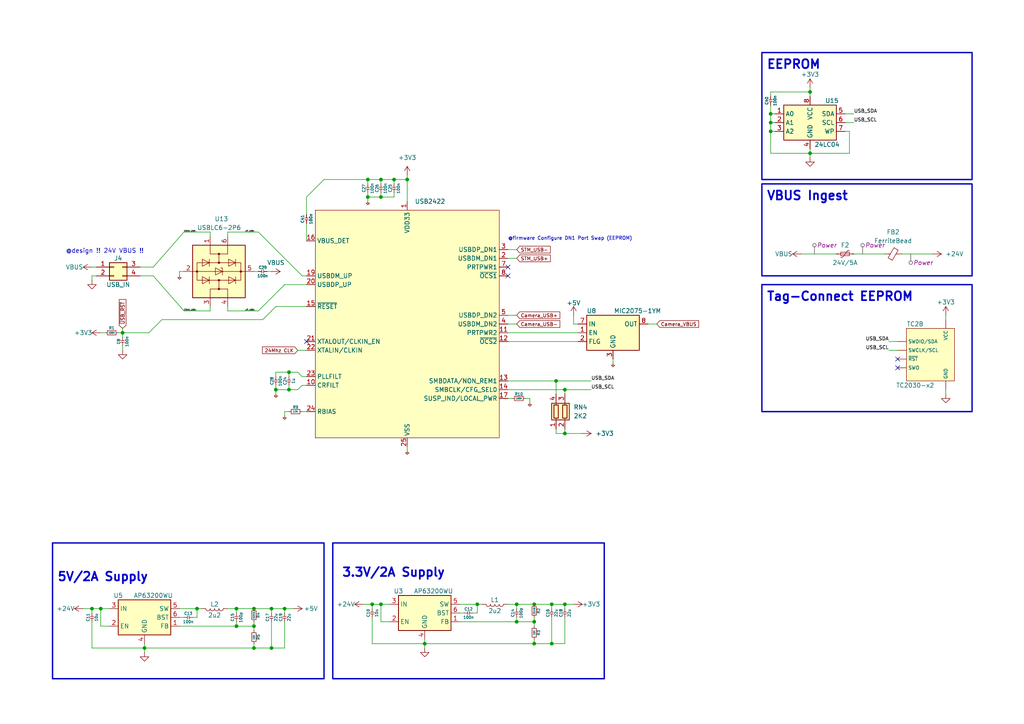
<source format=kicad_sch>
(kicad_sch (version 20230121) (generator eeschema)
  (paper "A4")
  (lib_symbols
    (symbol "Connector_Generic:Conn_02x02_Top_Bottom" (pin_names (offset 1.016) hide)
      (property "Reference" "J" (at 1.27 2.54 0))
      (property "Value" "Conn_02x02_Top_Bottom" (at 1.27 -5.08 0))
      (symbol "Conn_02x02_Top_Bottom_1_1"
        (rectangle (start -1.27 -2.413) (end 0 -2.667) (stroke (width 0.1524)))
        (rectangle (start -1.27 0.127) (end 0 -0.127) (stroke (width 0.1524)))
        (rectangle (start -1.27 1.27) (end 3.81 -3.81) (stroke (width 0.254)) (fill (type background)))
        (rectangle (start 3.81 -2.413) (end 2.54 -2.667) (stroke (width 0.1524)))
        (rectangle (start 3.81 0.127) (end 2.54 -0.127) (stroke (width 0.1524)))
        (pin passive line (at -5.08 0 0) (length 3.81) (name "Pin_1") (number "1"))
        (pin passive line (at -5.08 -2.54 0) (length 3.81) (name "Pin_2") (number "2"))
        (pin passive line (at 7.62 0 180) (length 3.81) (name "Pin_3") (number "3"))
        (pin passive line (at 7.62 -2.54 180) (length 3.81) (name "Pin_4") (number "4"))
      )
    )
    (symbol "Device:FerriteBead_Small" (pin_numbers hide) (pin_names (offset 0))
      (property "Reference" "FB" (at 1.905 1.27 0))
      (property "Value" "FerriteBead_Small" (at 1.905 -1.27 0))
      (symbol "FerriteBead_Small_0_1"
        (polyline (pts (xy 0 -1.27) (xy 0 -0.7874)))
        (polyline (pts (xy 0 0.889) (xy 0 1.2954)))
        (polyline (pts (xy -1.8288 0.2794) (xy -1.1176 1.4986) (xy 1.8288 -0.2032) (xy 1.1176 -1.4224) (xy -1.8288 0.2794)))
      )
      (symbol "FerriteBead_Small_1_1"
        (pin passive line (at 0 2.54 270) (length 1.27) (name "~") (number "1"))
        (pin passive line (at 0 -2.54 90) (length 1.27) (name "~") (number "2"))
      )
    )
    (symbol "Device:L" (pin_numbers hide) (pin_names (offset 1.016) hide)
      (property "Reference" "L" (at -1.27 0 90))
      (property "Value" "L" (at 1.905 0 90))
      (symbol "L_0_1"
        (arc (start 0 -2.54) (mid 0.6323 -1.905) (end 0 -1.27))
        (arc (start 0 -1.27) (mid 0.6323 -0.635) (end 0 0))
        (arc (start 0 0) (mid 0.6323 0.635) (end 0 1.27))
        (arc (start 0 1.27) (mid 0.6323 1.905) (end 0 2.54))
      )
      (symbol "L_1_1"
        (pin passive line (at 0 3.81 270) (length 1.27) (name "1") (number "1"))
        (pin passive line (at 0 -3.81 90) (length 1.27) (name "2") (number "2"))
      )
    )
    (symbol "Device:Polyfuse_Small" (pin_numbers hide) (pin_names (offset 0))
      (property "Reference" "F" (at -1.905 0 90))
      (property "Value" "Polyfuse_Small" (at 1.905 0 90))
      (symbol "Polyfuse_Small_0_1"
        (rectangle (start -0.508 1.27) (end 0.508 -1.27))
        (polyline (pts (xy 0 2.54) (xy 0 -2.54)))
        (polyline (pts (xy -1.016 1.27) (xy -1.016 0.762) (xy 1.016 -0.762) (xy 1.016 -1.27)))
      )
      (symbol "Polyfuse_Small_1_1"
        (pin passive line (at 0 2.54 270) (length 0.635) (name "~") (number "1"))
        (pin passive line (at 0 -2.54 90) (length 0.635) (name "~") (number "2"))
      )
    )
    (symbol "Device:R_Pack02" (pin_names (offset 0) hide)
      (property "Reference" "RN" (at -5.08 0 90))
      (property "Value" "R_Pack02" (at 2.54 0 90))
      (symbol "R_Pack02_0_1"
        (rectangle (start -3.81 -2.413) (end 1.27 2.413) (stroke (width 0.254)) (fill (type background)))
        (rectangle (start -3.175 1.905) (end -1.905 -1.905) (stroke (width 0.254)))
        (rectangle (start -0.635 1.905) (end 0.635 -1.905) (stroke (width 0.254)))
        (polyline (pts (xy -2.54 -2.54) (xy -2.54 -1.905)))
        (polyline (pts (xy -2.54 1.905) (xy -2.54 2.54)))
        (polyline (pts (xy 0 -2.54) (xy 0 -1.905)))
        (polyline (pts (xy 0 1.905) (xy 0 2.54)))
      )
      (symbol "R_Pack02_1_1"
        (pin passive line (at -2.54 -5.08 90) (length 2.54) (name "R1.1") (number "1"))
        (pin passive line (at 0 -5.08 90) (length 2.54) (name "R2.1") (number "2"))
        (pin passive line (at 0 5.08 270) (length 2.54) (name "R2.2") (number "3"))
        (pin passive line (at -2.54 5.08 270) (length 2.54) (name "R1.2") (number "4"))
      )
    )
    (symbol "Memory_EEPROM:24LC04"
      (property "Reference" "U" (at -6.35 6.35 0))
      (property "Value" "24LC04" (at 1.27 6.35 0))
      (symbol "24LC04_1_1"
        (rectangle (start -7.62 5.08) (end 7.62 -5.08) (stroke (width 0.254)) (fill (type background)))
        (pin input line (at -10.16 2.54 0) (length 2.54) (name "A0") (number "1"))
        (pin input line (at -10.16 0 0) (length 2.54) (name "A1") (number "2"))
        (pin input line (at -10.16 -2.54 0) (length 2.54) (name "A2") (number "3"))
        (pin power_in line (at 0 -7.62 90) (length 2.54) (name "GND") (number "4"))
        (pin bidirectional line (at 10.16 2.54 180) (length 2.54) (name "SDA") (number "5"))
        (pin input line (at 10.16 0 180) (length 2.54) (name "SCL") (number "6"))
        (pin input line (at 10.16 -2.54 180) (length 2.54) (name "WP") (number "7"))
        (pin power_in line (at 0 7.62 270) (length 2.54) (name "VCC") (number "8"))
      )
    )
    (symbol "Power_Management:MIC2025-1YM"
      (property "Reference" "U" (at -7.62 6.35 0))
      (property "Value" "MIC2025-1YM" (at 13.97 6.35 0))
      (symbol "MIC2025-1YM_0_1"
        (rectangle (start -7.62 5.08) (end 7.62 -5.08) (stroke (width 0.254)) (fill (type background)))
      )
      (symbol "MIC2025-1YM_1_1"
        (pin input line (at -10.16 0 0) (length 2.54) (name "EN") (number "1"))
        (pin open_collector line (at -10.16 -2.54 0) (length 2.54) (name "FLG") (number "2"))
        (pin power_in line (at 0 -7.62 90) (length 2.54) (name "GND") (number "3"))
        (pin no_connect line (at 7.62 0 180) (length 2.54) hide (name "NC") (number "4"))
        (pin no_connect line (at 7.62 -2.54 180) (length 2.54) hide (name "NC") (number "5"))
        (pin passive line (at 10.16 2.54 180) (length 2.54) hide (name "OUT") (number "6"))
        (pin power_in line (at -10.16 2.54 0) (length 2.54) (name "IN") (number "7"))
        (pin power_out line (at 10.16 2.54 180) (length 2.54) (name "OUT") (number "8"))
      )
    )
    (symbol "Power_Protection:USBLC6-2P6" (pin_names hide)
      (property "Reference" "U" (at 2.54 8.89 0))
      (property "Value" "USBLC6-2P6" (at 2.54 -8.89 0))
      (symbol "USBLC6-2P6_0_1"
        (rectangle (start -7.62 -7.62) (end 7.62 7.62) (stroke (width 0.254)) (fill (type background)))
        (circle (center -5.08 0) (radius 0.254) (fill (type outline)))
        (circle (center -2.54 0) (radius 0.254) (fill (type outline)))
        (rectangle (start -2.54 6.35) (end 2.54 -6.35))
        (circle (center 0 -6.35) (radius 0.254) (fill (type outline)))
        (polyline (pts (xy -5.08 -2.54) (xy -7.62 -2.54)))
        (polyline (pts (xy -5.08 0) (xy -5.08 -2.54)))
        (polyline (pts (xy -5.08 2.54) (xy -7.62 2.54)))
        (polyline (pts (xy -1.524 -2.794) (xy -3.556 -2.794)))
        (polyline (pts (xy -1.524 4.826) (xy -3.556 4.826)))
        (polyline (pts (xy 0 -7.62) (xy 0 -6.35)))
        (polyline (pts (xy 0 -6.35) (xy 0 1.27)))
        (polyline (pts (xy 0 1.27) (xy 0 6.35)))
        (polyline (pts (xy 0 6.35) (xy 0 7.62)))
        (polyline (pts (xy 1.524 -2.794) (xy 3.556 -2.794)))
        (polyline (pts (xy 1.524 4.826) (xy 3.556 4.826)))
        (polyline (pts (xy 5.08 -2.54) (xy 7.62 -2.54)))
        (polyline (pts (xy 5.08 0) (xy 5.08 -2.54)))
        (polyline (pts (xy 5.08 2.54) (xy 7.62 2.54)))
        (polyline (pts (xy -2.54 0) (xy -5.08 0) (xy -5.08 2.54)))
        (polyline (pts (xy 2.54 0) (xy 5.08 0) (xy 5.08 2.54)))
        (polyline (pts (xy -3.556 -4.826) (xy -1.524 -4.826) (xy -2.54 -2.794) (xy -3.556 -4.826)))
        (polyline (pts (xy -3.556 2.794) (xy -1.524 2.794) (xy -2.54 4.826) (xy -3.556 2.794)))
        (polyline (pts (xy -1.016 -1.016) (xy 1.016 -1.016) (xy 0 1.016) (xy -1.016 -1.016)))
        (polyline (pts (xy 1.016 1.016) (xy 0.762 1.016) (xy -1.016 1.016) (xy -1.016 0.508)))
        (polyline (pts (xy 3.556 -4.826) (xy 1.524 -4.826) (xy 2.54 -2.794) (xy 3.556 -4.826)))
        (polyline (pts (xy 3.556 2.794) (xy 1.524 2.794) (xy 2.54 4.826) (xy 3.556 2.794)))
        (circle (center 0 6.35) (radius 0.254) (fill (type outline)))
        (circle (center 2.54 0) (radius 0.254) (fill (type outline)))
        (circle (center 5.08 0) (radius 0.254) (fill (type outline)))
      )
      (symbol "USBLC6-2P6_1_1"
        (pin passive line (at -10.16 -2.54 0) (length 2.54) (name "I/O1") (number "1"))
        (pin passive line (at 0 -10.16 90) (length 2.54) (name "GND") (number "2"))
        (pin passive line (at 10.16 -2.54 180) (length 2.54) (name "I/O2") (number "3"))
        (pin passive line (at 10.16 2.54 180) (length 2.54) (name "I/O2") (number "4"))
        (pin passive line (at 0 10.16 270) (length 2.54) (name "VBUS") (number "5"))
        (pin passive line (at -10.16 2.54 0) (length 2.54) (name "I/O1") (number "6"))
      )
    )
    (symbol "Regulator_Switching:AP63200WU"
      (property "Reference" "U" (at -7.62 6.35 0))
      (property "Value" "AP63200WU" (at 2.54 6.35 0))
      (symbol "AP63200WU_0_1"
        (rectangle (start -7.62 5.08) (end 7.62 -5.08) (stroke (width 0.254)) (fill (type background)))
      )
      (symbol "AP63200WU_1_1"
        (pin input line (at 10.16 -2.54 180) (length 2.54) (name "FB") (number "1"))
        (pin input line (at -10.16 -2.54 0) (length 2.54) (name "EN") (number "2"))
        (pin power_in line (at -10.16 2.54 0) (length 2.54) (name "IN") (number "3"))
        (pin power_in line (at 0 -7.62 90) (length 2.54) (name "GND") (number "4"))
        (pin output line (at 10.16 2.54 180) (length 2.54) (name "SW") (number "5"))
        (pin passive line (at 10.16 0 180) (length 2.54) (name "BST") (number "6"))
      )
    )
    (symbol "power:+24V" (power) (pin_names (offset 0))
      (property "Value" "+24V" (at 0 3.556 0))
      (symbol "+24V_0_1"
        (polyline (pts (xy -0.762 1.27) (xy 0 2.54)))
        (polyline (pts (xy 0 0) (xy 0 2.54)))
        (polyline (pts (xy 0 2.54) (xy 0.762 1.27)))
      )
      (symbol "+24V_1_1"
        (pin power_in line (at 0 0 90) (length 0) hide (name "+24V") (number "1"))
      )
    )
    (symbol "power:+3V3" (power) (pin_names (offset 0))
      (property "Value" "+3V3" (at 0 3.556 0))
      (symbol "+3V3_0_1"
        (polyline (pts (xy -0.762 1.27) (xy 0 2.54)))
        (polyline (pts (xy 0 0) (xy 0 2.54)))
        (polyline (pts (xy 0 2.54) (xy 0.762 1.27)))
      )
      (symbol "+3V3_1_1"
        (pin power_in line (at 0 0 90) (length 0) hide (name "+3V3") (number "1"))
      )
    )
    (symbol "power:+5V" (power) (pin_names (offset 0))
      (property "Value" "+5V" (at 0 3.556 0))
      (symbol "+5V_0_1"
        (polyline (pts (xy -0.762 1.27) (xy 0 2.54)))
        (polyline (pts (xy 0 0) (xy 0 2.54)))
        (polyline (pts (xy 0 2.54) (xy 0.762 1.27)))
      )
      (symbol "+5V_1_1"
        (pin power_in line (at 0 0 90) (length 0) hide (name "+5V") (number "1"))
      )
    )
    (symbol "power:GND" (power) (pin_names (offset 0))
      (property "Value" "GND" (at 0 -3.81 0))
      (symbol "GND_0_1"
        (polyline (pts (xy 0 0) (xy 0 -1.27) (xy 1.27 -1.27) (xy 0 -2.54) (xy -1.27 -1.27) (xy 0 -1.27)))
      )
      (symbol "GND_1_1"
        (pin power_in line (at 0 0 270) (length 0) hide (name "GND") (number "1"))
      )
    )
    (symbol "power:VBUS" (power) (pin_names (offset 0))
      (property "Value" "VBUS" (at 0 3.81 0))
      (symbol "VBUS_0_1"
        (polyline (pts (xy -0.762 1.27) (xy 0 2.54)))
        (polyline (pts (xy 0 0) (xy 0 2.54)))
        (polyline (pts (xy 0 2.54) (xy 0.762 1.27)))
      )
      (symbol "VBUS_1_1"
        (pin power_in line (at 0 0 90) (length 0) hide (name "VBUS") (number "1"))
      )
    )
    (symbol "sh:TC2030-x2" (pin_numbers hide)
      (property "Reference" "TC" (at -3.81 11.43 0))
      (property "Value" "TC2030-x2" (at -3.81 -6.35 0))
      (symbol "TC2030-x2_0_1"
        (rectangle (start -6.35 10.16) (end 7.62 -5.08) (fill (type background)))
      )
      (symbol "TC2030-x2_1_1"
        (pin power_in line (at 5.08 12.7 270) (length 2.54) (name "VCC") (number "1"))
        (pin input line (at -8.89 6.35 0) (length 2.54) (name "SWDIO/SDA") (number "2"))
        (pin input line (at -8.89 1.27 0) (length 2.54) (name "~{RST}") (number "3"))
        (pin input line (at -8.89 3.81 0) (length 2.54) (name "SWCLK/SCL") (number "4"))
        (pin power_in line (at 5.08 -7.62 90) (length 2.54) (name "GND") (number "5"))
        (pin input line (at -8.89 -1.27 0) (length 2.54) (name "SWO") (number "6"))
      )
      (symbol "TC2030-x2_2_1"
        (pin input line (at -8.89 3.81 0) (length 2.54) (name "SWCLK/SCL") (number "10"))
        (pin input line (at -8.89 -1.27 0) (length 2.54) (name "SWO") (number "11"))
        (pin power_in line (at 5.08 -7.62 90) (length 2.54) (name "GND") (number "12"))
        (pin power_in line (at 5.08 12.7 270) (length 2.54) (name "VCC") (number "7"))
        (pin input line (at -8.89 6.35 0) (length 2.54) (name "SWDIO/SDA") (number "8"))
        (pin input line (at -8.89 1.27 0) (length 2.54) (name "~{RST}") (number "9"))
      )
    )
    (symbol "sh:USB2422"
      (property "Reference" "U" (at 16.51 35.56 0))
      (property "Value" "USB2422" (at 16.51 -35.56 0))
      (symbol "USB2422_1_1"
        (rectangle (start -26.67 33.02) (end 26.67 -33.02) (fill (type background)))
        (pin power_in line (at 0 35.56 270) (length 2.54) (name "VDD33") (number "1"))
        (pin input line (at -29.21 -17.78 0) (length 2.54) (name "CRFILT") (number "10"))
        (pin input line (at 29.21 -2.54 180) (length 2.54) (name "PRTPWR2") (number "11"))
        (pin input line (at 29.21 -5.08 180) (length 2.54) (name "~{OCS2}") (number "12"))
        (pin input line (at 29.21 -16.51 180) (length 2.54) (name "SMBDATA/NON_REM1") (number "13"))
        (pin input line (at 29.21 -19.05 180) (length 2.54) (name "SMBCLK/CFG_SEL0") (number "14"))
        (pin input line (at -29.21 5.08 0) (length 2.54) (name "~{RESET}") (number "15"))
        (pin input line (at -29.21 24.13 0) (length 2.54) (name "VBUS_DET") (number "16"))
        (pin input line (at 29.21 -21.59 180) (length 2.54) (name "SUSP_IND/LOCAL_PWR") (number "17"))
        (pin power_in line (at 0 35.56 270) (length 2.54) hide (name "VDD33") (number "18"))
        (pin input line (at -29.21 13.97 0) (length 2.54) (name "USBDM_UP") (number "19"))
        (pin input line (at 29.21 19.05 180) (length 2.54) (name "USBDM_DN1") (number "2"))
        (pin input line (at -29.21 11.43 0) (length 2.54) (name "USBDP_UP") (number "20"))
        (pin input line (at -29.21 -5.08 0) (length 2.54) (name "XTALOUT/CLKIN_EN") (number "21"))
        (pin input line (at -29.21 -7.62 0) (length 2.54) (name "XTALIN/CLKIN") (number "22"))
        (pin input line (at -29.21 -15.24 0) (length 2.54) (name "PLLFILT") (number "23"))
        (pin input line (at -29.21 -25.4 0) (length 2.54) (name "RBIAS") (number "24"))
        (pin power_in line (at 0 -35.56 90) (length 2.54) (name "VSS") (number "25"))
        (pin input line (at 29.21 21.59 180) (length 2.54) (name "USBDP_DN1") (number "3"))
        (pin input line (at 29.21 0 180) (length 2.54) (name "USBDM_DN2") (number "4"))
        (pin input line (at 29.21 2.54 180) (length 2.54) (name "USBDP_DN2") (number "5"))
        (pin no_connect line (at 8.89 -33.02 90) (length 2.54) hide (name "") (number "6"))
        (pin input line (at 29.21 16.51 180) (length 2.54) (name "PRTPWR1") (number "7"))
        (pin input line (at 29.21 13.97 180) (length 2.54) (name "~{OCS1}") (number "8"))
        (pin power_in line (at 0 35.56 270) (length 2.54) hide (name "VDD33") (number "9"))
      )
    )
    (symbol "sh_generics:C" (pin_numbers hide) (pin_names (offset 0.254))
      (property "Reference" "C" (at -1.143 0 90))
      (property "Value" "C" (at 1.27 0 90))
      (symbol "C_0_1"
        (polyline (pts (xy -0.508 -0.254) (xy 0.508 -0.254)))
        (polyline (pts (xy -0.508 0.254) (xy 0.508 0.254)))
      )
      (symbol "C_1_1"
        (pin passive line (at 0 -1.27 90) (length 1) (name "") (number "1"))
        (pin passive line (at 0 1.27 270) (length 1) (name "") (number "2"))
      )
    )
    (symbol "sh_generics:R" (pin_numbers hide) (pin_names (offset 0))
      (property "Reference" "R" (at -1.397 0.635 90))
      (property "Value" "R" (at 0 0.635 90))
      (symbol "R_0_1"
        (rectangle (start -0.635 1.905) (end 0.635 -0.635))
      )
      (symbol "R_1_1"
        (pin passive line (at 0 2.54 270) (length 0.6) (name "") (number "1"))
        (pin passive line (at 0 -1.27 90) (length 0.6) (name "") (number "2"))
      )
    )
    (symbol "sh_power:GND" (power) (pin_names (offset 0))
      (symbol "GND_0_1"
        (polyline (pts (xy 0 0) (xy 0 -0.508) (xy 0.508 -0.508) (xy 0 -1.016) (xy -0.508 -0.508) (xy 0 -0.508)))
      )
      (symbol "GND_1_1"
        (pin power_in line (at 0 0 270) (length 0) hide (name "GND") (number "1"))
      )
    )
  )
  (junction (at 35.56 96.52))
  (junction (at 73.66 181.61))
  (junction (at 110.49 52.07))
  (junction (at 154.94 180.34))
  (junction (at 138.43 175.26))
  (junction (at 161.29 110.49))
  (junction (at 110.49 57.15))
  (junction (at 223.52 33.02))
  (junction (at 73.66 176.53))
  (junction (at 106.68 57.15))
  (junction (at 123.19 186.69))
  (junction (at 57.15 176.53))
  (junction (at 107.95 175.26))
  (junction (at 78.74 176.53))
  (junction (at 29.21 176.53))
  (junction (at 80.01 113.03))
  (junction (at 106.68 52.07))
  (junction (at 223.52 35.56))
  (junction (at 82.55 176.53))
  (junction (at 149.86 175.26))
  (junction (at 163.83 113.03))
  (junction (at 234.95 26.67))
  (junction (at 118.11 52.07))
  (junction (at 78.74 187.96))
  (junction (at 83.82 107.95))
  (junction (at 223.52 38.1))
  (junction (at 163.83 125.73))
  (junction (at 149.86 180.34))
  (junction (at 160.02 186.69))
  (junction (at 114.3 52.07))
  (junction (at 160.02 175.26))
  (junction (at 68.58 176.53))
  (junction (at 41.91 187.96))
  (junction (at 83.82 113.03))
  (junction (at 154.94 175.26))
  (junction (at 68.58 181.61))
  (junction (at 73.66 187.96))
  (junction (at 26.67 176.53))
  (junction (at 110.49 175.26))
  (junction (at 234.95 44.45))
  (junction (at 163.83 175.26))
  (junction (at 154.94 186.69))
  (no_connect (at 147.32 77.47))
  (no_connect (at 147.32 80.01))
  (no_connect (at 88.9 99.06))
  (no_connect (at 260.35 104.14))
  (no_connect (at 260.35 106.68))
  (wire (pts (xy 26.67 187.96) (xy 41.91 187.96)))
  (wire (pts (xy 43.18 96.52) (xy 46.99 92.71)))
  (wire (pts (xy 163.83 125.73) (xy 168.91 125.73)))
  (wire (pts (xy 147.32 96.52) (xy 167.64 96.52)))
  (wire (pts (xy 83.82 107.95) (xy 86.36 107.95)))
  (wire (pts (xy 161.29 125.73) (xy 163.83 125.73)))
  (wire (pts (xy 87.63 109.22) (xy 88.9 109.22)))
  (wire (pts (xy 147.32 74.93) (xy 149.86 74.93)))
  (wire (pts (xy 60.96 90.17) (xy 53.34 90.17)))
  (wire (pts (xy 161.29 110.49) (xy 161.29 114.3)))
  (wire (pts (xy 147.32 175.26) (xy 149.86 175.26)))
  (wire (pts (xy 26.67 77.47) (xy 27.94 77.47)))
  (wire (pts (xy 57.15 176.53) (xy 58.42 176.53)))
  (wire (pts (xy 87.63 111.76) (xy 88.9 111.76)))
  (wire (pts (xy 161.29 124.46) (xy 161.29 125.73)))
  (wire (pts (xy 80.01 113.03) (xy 83.82 113.03)))
  (wire (pts (xy 123.19 186.69) (xy 154.94 186.69)))
  (wire (pts (xy 223.52 33.02) (xy 223.52 35.56)))
  (wire (pts (xy 68.58 176.53) (xy 68.58 177.8)))
  (wire (pts (xy 149.86 175.26) (xy 149.86 176.53)))
  (wire (pts (xy 35.56 100.33) (xy 35.56 101.6)))
  (wire (pts (xy 152.4 115.57) (xy 153.67 115.57)))
  (wire (pts (xy 247.65 73.66) (xy 256.54 73.66)))
  (wire (pts (xy 68.58 181.61) (xy 73.66 181.61)))
  (wire (pts (xy 29.21 176.53) (xy 29.21 181.61)))
  (wire (pts (xy 87.63 119.38) (xy 88.9 119.38)))
  (wire (pts (xy 41.91 187.96) (xy 73.66 187.96)))
  (wire (pts (xy 154.94 186.69) (xy 160.02 186.69)))
  (wire (pts (xy 68.58 176.53) (xy 73.66 176.53)))
  (wire (pts (xy 53.34 67.31) (xy 44.45 77.47)))
  (wire (pts (xy 138.43 175.26) (xy 139.7 175.26)))
  (wire (pts (xy 53.34 67.31) (xy 60.96 67.31)))
  (wire (pts (xy 106.68 52.07) (xy 110.49 52.07)))
  (wire (pts (xy 154.94 179.07) (xy 154.94 180.34)))
  (wire (pts (xy 133.35 180.34) (xy 149.86 180.34)))
  (wire (pts (xy 106.68 52.07) (xy 106.68 53.34)))
  (wire (pts (xy 76.2 92.71) (xy 80.01 88.9)))
  (wire (pts (xy 107.95 179.07) (xy 107.95 186.69)))
  (wire (pts (xy 223.52 30.48) (xy 223.52 33.02)))
  (wire (pts (xy 73.66 78.74) (xy 74.93 78.74)))
  (wire (pts (xy 114.3 55.88) (xy 114.3 57.15)))
  (wire (pts (xy 52.07 176.53) (xy 57.15 176.53)))
  (wire (pts (xy 110.49 57.15) (xy 114.3 57.15)))
  (wire (pts (xy 110.49 52.07) (xy 110.49 53.34)))
  (wire (pts (xy 24.13 176.53) (xy 26.67 176.53)))
  (wire (pts (xy 123.19 185.42) (xy 123.19 186.69)))
  (wire (pts (xy 246.38 38.1) (xy 246.38 44.45)))
  (wire (pts (xy 234.95 44.45) (xy 234.95 45.72)))
  (wire (pts (xy 68.58 180.34) (xy 68.58 181.61)))
  (wire (pts (xy 154.94 185.42) (xy 154.94 186.69)))
  (wire (pts (xy 26.67 80.01) (xy 27.94 80.01)))
  (wire (pts (xy 177.8 104.14) (xy 177.8 105.41)))
  (wire (pts (xy 118.11 52.07) (xy 118.11 58.42)))
  (wire (pts (xy 147.32 93.98) (xy 149.86 93.98)))
  (wire (pts (xy 87.63 109.22) (xy 86.36 107.95)))
  (wire (pts (xy 223.52 35.56) (xy 224.79 35.56)))
  (wire (pts (xy 80.01 113.03) (xy 80.01 114.3)))
  (wire (pts (xy 147.32 72.39) (xy 149.86 72.39)))
  (wire (pts (xy 261.62 73.66) (xy 270.51 73.66)))
  (wire (pts (xy 73.66 181.61) (xy 73.66 182.88)))
  (wire (pts (xy 161.29 110.49) (xy 171.45 110.49)))
  (wire (pts (xy 160.02 179.07) (xy 160.02 186.69)))
  (wire (pts (xy 147.32 113.03) (xy 163.83 113.03)))
  (wire (pts (xy 57.15 176.53) (xy 57.15 179.07)))
  (wire (pts (xy 74.93 90.17) (xy 82.55 82.55)))
  (wire (pts (xy 60.96 67.31) (xy 60.96 68.58)))
  (wire (pts (xy 154.94 180.34) (xy 154.94 181.61)))
  (wire (pts (xy 53.34 90.17) (xy 44.45 80.01)))
  (wire (pts (xy 106.68 55.88) (xy 106.68 57.15)))
  (wire (pts (xy 149.86 175.26) (xy 154.94 175.26)))
  (wire (pts (xy 40.64 80.01) (xy 44.45 80.01)))
  (wire (pts (xy 26.67 176.53) (xy 29.21 176.53)))
  (wire (pts (xy 187.96 93.98) (xy 190.5 93.98)))
  (wire (pts (xy 234.95 26.67) (xy 234.95 27.94)))
  (wire (pts (xy 147.32 91.44) (xy 149.86 91.44)))
  (wire (pts (xy 73.66 180.34) (xy 73.66 181.61)))
  (wire (pts (xy 82.55 176.53) (xy 85.09 176.53)))
  (wire (pts (xy 234.95 25.4) (xy 234.95 26.67)))
  (wire (pts (xy 245.11 35.56) (xy 247.65 35.56)))
  (wire (pts (xy 166.37 91.44) (xy 166.37 93.98)))
  (wire (pts (xy 83.82 113.03) (xy 86.36 113.03)))
  (wire (pts (xy 83.82 111.76) (xy 83.82 113.03)))
  (wire (pts (xy 106.68 57.15) (xy 110.49 57.15)))
  (wire (pts (xy 88.9 64.77) (xy 88.9 69.85)))
  (wire (pts (xy 35.56 96.52) (xy 43.18 96.52)))
  (wire (pts (xy 82.55 180.34) (xy 82.55 187.96)))
  (wire (pts (xy 60.96 88.9) (xy 60.96 90.17)))
  (wire (pts (xy 163.83 113.03) (xy 171.45 113.03)))
  (wire (pts (xy 66.04 67.31) (xy 74.93 67.31)))
  (wire (pts (xy 114.3 52.07) (xy 118.11 52.07)))
  (wire (pts (xy 166.37 93.98) (xy 167.64 93.98)))
  (wire (pts (xy 149.86 180.34) (xy 154.94 180.34)))
  (wire (pts (xy 26.67 180.34) (xy 26.67 187.96)))
  (wire (pts (xy 110.49 175.26) (xy 113.03 175.26)))
  (wire (pts (xy 107.95 175.26) (xy 107.95 176.53)))
  (wire (pts (xy 66.04 90.17) (xy 74.93 90.17)))
  (wire (pts (xy 163.83 179.07) (xy 163.83 186.69)))
  (wire (pts (xy 35.56 95.25) (xy 35.56 96.52)))
  (wire (pts (xy 88.9 62.23) (xy 88.9 57.15)))
  (wire (pts (xy 147.32 115.57) (xy 148.59 115.57)))
  (wire (pts (xy 73.66 187.96) (xy 78.74 187.96)))
  (wire (pts (xy 34.29 96.52) (xy 35.56 96.52)))
  (wire (pts (xy 82.55 176.53) (xy 82.55 177.8)))
  (wire (pts (xy 87.63 80.01) (xy 88.9 80.01)))
  (wire (pts (xy 88.9 57.15) (xy 93.98 52.07)))
  (wire (pts (xy 160.02 175.26) (xy 160.02 176.53)))
  (wire (pts (xy 133.35 177.8) (xy 134.62 177.8)))
  (wire (pts (xy 223.52 33.02) (xy 224.79 33.02)))
  (wire (pts (xy 154.94 175.26) (xy 160.02 175.26)))
  (wire (pts (xy 107.95 175.26) (xy 110.49 175.26)))
  (wire (pts (xy 52.07 78.74) (xy 53.34 78.74)))
  (wire (pts (xy 123.19 186.69) (xy 123.19 187.96)))
  (wire (pts (xy 110.49 180.34) (xy 113.03 180.34)))
  (wire (pts (xy 87.63 111.76) (xy 86.36 113.03)))
  (wire (pts (xy 80.01 88.9) (xy 88.9 88.9)))
  (wire (pts (xy 74.93 67.31) (xy 87.63 80.01)))
  (wire (pts (xy 106.68 57.15) (xy 106.68 58.42)))
  (wire (pts (xy 274.32 113.03) (xy 274.32 114.3)))
  (wire (pts (xy 163.83 175.26) (xy 163.83 176.53)))
  (wire (pts (xy 82.55 82.55) (xy 88.9 82.55)))
  (wire (pts (xy 73.66 186.69) (xy 73.66 187.96)))
  (wire (pts (xy 80.01 107.95) (xy 83.82 107.95)))
  (wire (pts (xy 78.74 187.96) (xy 82.55 187.96)))
  (wire (pts (xy 41.91 187.96) (xy 41.91 189.23)))
  (wire (pts (xy 223.52 35.56) (xy 223.52 38.1)))
  (wire (pts (xy 245.11 38.1) (xy 246.38 38.1)))
  (wire (pts (xy 78.74 176.53) (xy 82.55 176.53)))
  (wire (pts (xy 46.99 92.71) (xy 76.2 92.71)))
  (wire (pts (xy 137.16 177.8) (xy 138.43 177.8)))
  (wire (pts (xy 82.55 119.38) (xy 83.82 119.38)))
  (wire (pts (xy 66.04 67.31) (xy 66.04 68.58)))
  (wire (pts (xy 245.11 33.02) (xy 247.65 33.02)))
  (wire (pts (xy 82.55 119.38) (xy 82.55 120.65)))
  (wire (pts (xy 105.41 175.26) (xy 107.95 175.26)))
  (wire (pts (xy 160.02 175.26) (xy 163.83 175.26)))
  (wire (pts (xy 274.32 91.44) (xy 274.32 92.71)))
  (wire (pts (xy 138.43 175.26) (xy 138.43 177.8)))
  (wire (pts (xy 118.11 129.54) (xy 118.11 130.81)))
  (wire (pts (xy 86.36 101.6) (xy 88.9 101.6)))
  (wire (pts (xy 163.83 175.26) (xy 166.37 175.26)))
  (wire (pts (xy 163.83 113.03) (xy 163.83 114.3)))
  (wire (pts (xy 257.81 101.6) (xy 260.35 101.6)))
  (wire (pts (xy 77.47 78.74) (xy 78.74 78.74)))
  (wire (pts (xy 29.21 176.53) (xy 31.75 176.53)))
  (wire (pts (xy 26.67 176.53) (xy 26.67 177.8)))
  (wire (pts (xy 66.04 88.9) (xy 66.04 90.17)))
  (wire (pts (xy 160.02 186.69) (xy 163.83 186.69)))
  (wire (pts (xy 80.01 111.76) (xy 80.01 113.03)))
  (wire (pts (xy 223.52 38.1) (xy 223.52 44.45)))
  (wire (pts (xy 110.49 55.88) (xy 110.49 57.15)))
  (wire (pts (xy 40.64 77.47) (xy 44.45 77.47)))
  (wire (pts (xy 52.07 78.74) (xy 52.07 80.01)))
  (wire (pts (xy 107.95 186.69) (xy 123.19 186.69)))
  (wire (pts (xy 52.07 181.61) (xy 68.58 181.61)))
  (wire (pts (xy 93.98 52.07) (xy 106.68 52.07)))
  (wire (pts (xy 163.83 124.46) (xy 163.83 125.73)))
  (wire (pts (xy 78.74 176.53) (xy 78.74 177.8)))
  (wire (pts (xy 73.66 176.53) (xy 78.74 176.53)))
  (wire (pts (xy 80.01 107.95) (xy 80.01 109.22)))
  (wire (pts (xy 223.52 38.1) (xy 224.79 38.1)))
  (wire (pts (xy 223.52 44.45) (xy 234.95 44.45)))
  (wire (pts (xy 29.21 181.61) (xy 31.75 181.61)))
  (wire (pts (xy 118.11 50.8) (xy 118.11 52.07)))
  (wire (pts (xy 35.56 96.52) (xy 35.56 97.79)))
  (wire (pts (xy 149.86 179.07) (xy 149.86 180.34)))
  (wire (pts (xy 26.67 80.01) (xy 26.67 81.28)))
  (wire (pts (xy 83.82 107.95) (xy 83.82 109.22)))
  (wire (pts (xy 153.67 115.57) (xy 153.67 116.84)))
  (wire (pts (xy 234.95 43.18) (xy 234.95 44.45)))
  (wire (pts (xy 257.81 99.06) (xy 260.35 99.06)))
  (wire (pts (xy 147.32 99.06) (xy 167.64 99.06)))
  (wire (pts (xy 133.35 175.26) (xy 138.43 175.26)))
  (wire (pts (xy 234.95 44.45) (xy 246.38 44.45)))
  (wire (pts (xy 147.32 110.49) (xy 161.29 110.49)))
  (wire (pts (xy 223.52 26.67) (xy 234.95 26.67)))
  (wire (pts (xy 232.41 73.66) (xy 242.57 73.66)))
  (wire (pts (xy 52.07 179.07) (xy 53.34 179.07)))
  (wire (pts (xy 110.49 175.26) (xy 110.49 180.34)))
  (wire (pts (xy 78.74 180.34) (xy 78.74 187.96)))
  (wire (pts (xy 114.3 52.07) (xy 114.3 53.34)))
  (wire (pts (xy 41.91 186.69) (xy 41.91 187.96)))
  (wire (pts (xy 66.04 176.53) (xy 68.58 176.53)))
  (wire (pts (xy 110.49 52.07) (xy 114.3 52.07)))
  (wire (pts (xy 223.52 26.67) (xy 223.52 27.94)))
  (wire (pts (xy 29.21 96.52) (xy 30.48 96.52)))
  (wire (pts (xy 55.88 179.07) (xy 57.15 179.07)))
  (rectangle (start 15.24 157.48) (end 93.98 196.85) (stroke (width 0.4)))
  (rectangle (start 220.98 82.55) (end 281.94 119.38) (stroke (width 0.4)))
  (rectangle (start 96.52 157.48) (end 175.26 196.85) (stroke (width 0.4)))
  (rectangle (start 220.98 53.34) (end 281.94 80.01) (stroke (width 0.4)))
  (rectangle (start 220.98 15.24) (end 281.94 52.07) (stroke (width 0.4)))
  (text "@design !! 24V VBUS !!" (at 19.05 73.66 0) (effects (font (size 1.27 1.27)) (justify left bottom)))
  (text "VBUS Ingest" (at 222.25 58.42 0) (effects (font (size 2.54 2.54) (thickness 0.508) bold) (justify left bottom)))
  (text "3.3V/2A Supply" (at 99.06 167.64 0) (effects (font (size 2.5 2.5) (thickness 0.5) bold) (justify left bottom)))
  (text "5V/2A Supply" (at 16.51 168.91 0) (effects (font (size 2.5 2.5) (thickness 0.5) bold) (justify left bottom)))
  (text "EEPROM" (at 222.25 20.32 0) (effects (font (size 2.54 2.54) (thickness 0.508) bold) (justify left bottom)))
  (text "Tag-Connect EEPROM" (at 222.25 87.63 0) (effects (font (size 2.54 2.54) (thickness 0.508) bold) (justify left bottom)))
  (text "@firmware Configure DN1 Port Swap (EEPROM)" (at 147.32 69.85 0) (effects (font (size 1 1)) (justify left bottom)))
  (label "USB_SDA" (at 247.65 33.02 0) (effects (font (size 1 1))))
  (label "UP_USB-" (at 71.12 67.31 0) (effects (font (size 0.4 0.4))))
  (label "USB_SCL" (at 257.81 101.6 180) (effects (font (size 1 1))))
  (label "UP_USB+" (at 71.12 90.17 0) (effects (font (size 0.4 0.4))))
  (label "USB_SCL" (at 171.45 113.03 0) (effects (font (size 1 1))))
  (label "CONN_USB-" (at 53.34 67.31 0) (effects (font (size 0.4 0.4))))
  (label "USB_SCL" (at 247.65 35.56 0) (effects (font (size 1 1))))
  (label "USB_SDA" (at 257.81 99.06 180) (effects (font (size 1 1))))
  (label "CONN_USB+" (at 53.34 90.17 0) (effects (font (size 0.4 0.4))))
  (label "USB_SDA" (at 171.45 110.49 0) (effects (font (size 1 1))))
  (global_label "24Mhz CLK" (shape input) (at 86.36 101.6 180) (effects (font (size 1 1))) (property "Intersheetrefs" "${INTERSHEET_REFS}" (effects hide)))
  (global_label "~{USB_RST}" (shape input) (at 35.56 95.25 90) (effects (font (size 1 1))) (property "Intersheetrefs" "${INTERSHEET_REFS}" (effects hide)))
  (global_label "STM_USB-" (shape input) (at 149.86 72.39 0) (effects (font (size 1 1))) (property "Intersheetrefs" "${INTERSHEET_REFS}" (effects hide)))
  (global_label "Camera_USB-" (shape input) (at 149.86 93.98 0) (effects (font (size 1 1))) (property "Intersheetrefs" "${INTERSHEET_REFS}" (effects hide)))
  (global_label "STM_USB+" (shape input) (at 149.86 74.93 0) (effects (font (size 1 1))) (property "Intersheetrefs" "${INTERSHEET_REFS}" (effects hide)))
  (global_label "Camera_USB+" (shape input) (at 149.86 91.44 0) (effects (font (size 1 1))) (property "Intersheetrefs" "${INTERSHEET_REFS}" (effects hide)))
  (global_label "Camera_VBUS" (shape input) (at 190.5 93.98 0) (effects (font (size 1 1))) (property "Intersheetrefs" "${INTERSHEET_REFS}" (effects hide)))
  (netclass_flag "" (length 2.54) (shape round) (at 264.16 73.66 180) (property "Netclass" "Power" (at 264.8585 76.2 0) (effects (font italic) (justify left))))
  (netclass_flag "" (length 2.54) (shape round) (at 250.19 73.66 0) (property "Netclass" "Power" (at 250.8885 71.12 0) (effects (font italic) (justify left))))
  (netclass_flag "" (length 2.54) (shape round) (at 236.22 73.66 0) (property "Netclass" "Power" (at 236.9185 71.12 0) (effects (font italic) (justify left))))
  (symbol (lib_id "power:+3V3") (at 118.11 50.8 0) (unit 1)
    (property "Reference" "#PWR046" (effects hide))
    (property "Value" "+3V3" (at 118.11 45.72 0))
  )
  (symbol (lib_id "Device:L") (at 143.51 175.26 270) (unit 1)
    (property "Reference" "L1" (at 143.51 173.99 90))
    (property "Value" "2u2" (at 143.51 177.165 90))
    (property "Footprint" "Inductor_SMD:L_1210_3225Metric" (effects hide))
  )
  (symbol (lib_id "sh_generics:C") (at 54.61 179.07 270) (unit 1)
    (property "Reference" "C13" (at 54.61 177.927 90) (effects (font (size 0.8 0.8))))
    (property "Value" "100n" (at 54.61 180.34 90) (effects (font (size 0.8 0.8))))
    (property "Footprint" "Capacitor_SMD:C_0402_1005Metric" (effects hide))
  )
  (symbol (lib_id "Connector_Generic:Conn_02x02_Top_Bottom") (at 33.02 77.47 0) (unit 1)
    (property "Reference" "J4" (at 34.29 74.93 0))
    (property "Value" "USB_IN" (at 34.29 82.55 0))
    (property "Footprint" "Connector_Molex:Molex_Micro-Fit_3.0_43045-0400_2x02_P3.00mm_Horizontal" (effects hide))
  )
  (symbol (lib_id "sh_generics:R") (at 151.13 115.57 90) (unit 1)
    (property "Reference" "R10" (at 150.495 114.3 90) (effects (font (size 0.8 0.8))))
    (property "Value" "100K" (at 150.495 115.57 90) (effects (font (size 0.5 0.5))))
    (property "Footprint" "Resistor_SMD:R_0402_1005Metric" (effects hide))
  )
  (symbol (lib_id "power:+3V3") (at 29.21 96.52 90) (unit 1)
    (property "Reference" "#PWR03" (effects hide))
    (property "Value" "+3V3" (at 24.13 96.52 90))
    (instances (project "VoronToolheadPCB" (path "" (reference "#PWR03") (unit 1))) (project "KeyMasterV1" (path "" (reference "#PWR026") (unit 1))) (project "KeyHub" (path "" (reference "#PWR010") (unit 1))))
  )
  (symbol (lib_id "sh_generics:C") (at 80.01 110.49 0) (unit 1)
    (property "Reference" "C28" (at 78.867 110.49 90) (effects (font (size 0.8 0.8))))
    (property "Value" "100n" (at 81.28 110.49 90) (effects (font (size 0.8 0.8))))
    (property "Footprint" "Capacitor_SMD:C_0402_1005Metric" (effects hide))
  )
  (symbol (lib_id "power:+24V") (at 270.51 73.66 270) (unit 1)
    (property "Reference" "#PWR059" (effects hide))
    (property "Value" "+24V" (at 276.86 73.66 90))
    (instances (project "VoronToolheadPCB" (path "" (reference "#PWR059") (unit 1))) (project "CANUSB-Sensor" (path "" (reference "#PWR041") (unit 1))))
  )
  (symbol (lib_id "sh_power:GND") (at 82.55 120.65 0) (unit 1)
    (property "Reference" "#PWR032" (effects hide))
    (property "Value" "GND" (effects hide))
  )
  (symbol (lib_id "sh_power:GND") (at 52.07 80.01 0) (unit 1)
    (property "Reference" "#PWR042" (effects hide))
    (property "Value" "GND" (effects hide))
  )
  (symbol (lib_id "sh_generics:C") (at 76.2 78.74 270) (unit 1)
    (property "Reference" "C29" (at 76.2 77.597 90) (effects (font (size 0.8 0.8))))
    (property "Value" "100n" (at 76.2 80.01 90) (effects (font (size 0.8 0.8))))
    (property "Footprint" "Capacitor_SMD:C_0402_1005Metric" (effects hide))
  )
  (symbol (lib_id "sh_generics:R") (at 86.36 119.38 90) (unit 1)
    (property "Reference" "R9" (at 85.725 118.11 90) (effects (font (size 0.8 0.8))))
    (property "Value" "12K" (at 85.725 119.38 90) (effects (font (size 0.5 0.5))))
    (property "Footprint" "Resistor_SMD:R_0402_1005Metric" (effects hide))
  )
  (symbol (lib_id "sh_generics:C") (at 88.9 63.5 0) (unit 1)
    (property "Reference" "C41" (at 87.757 63.5 90) (effects (font (size 0.8 0.8))))
    (property "Value" "100n" (at 90.17 63.5 90) (effects (font (size 0.8 0.8))))
    (property "Footprint" "Capacitor_SMD:C_0402_1005Metric" (effects hide))
  )
  (symbol (lib_id "power:+5V") (at 85.09 176.53 270) (unit 1)
    (property "Reference" "#PWR012" (effects hide))
    (property "Value" "+5V" (at 90.17 176.53 90))
  )
  (symbol (lib_id "sh_power:GND") (at 153.67 116.84 0) (unit 1)
    (property "Reference" "#PWR047" (effects hide))
    (property "Value" "GND" (effects hide))
  )
  (symbol (lib_id "power:GND") (at 123.19 187.96 0) (unit 1)
    (property "Reference" "#PWR018" (effects hide))
    (property "Value" "GND" (effects hide))
  )
  (symbol (lib_id "sh_power:GND") (at 106.68 58.42 0) (unit 1)
    (property "Reference" "#PWR045" (effects hide))
    (property "Value" "GND" (effects hide))
  )
  (symbol (lib_id "Power_Management:MIC2025-1YM") (at 177.8 96.52 0) (unit 1)
    (property "Reference" "U8" (at 170.18 90.17 0) (effects (justify left)))
    (property "Value" "MIC2075-1YM" (at 191.77 90.17 0) (effects (justify right)))
    (property "Footprint" "Package_SO:SOIC-8_3.9x4.9mm_P1.27mm" (effects hide))
    (property "Datasheet" "https://ww1.microchip.com/downloads/en/DeviceDoc/MIC2025-2075-Single-Channel-Power-Distribution-Switch-DS20006030A.pdf" (effects hide))
  )
  (symbol (lib_id "power:VBUS") (at 232.41 73.66 90) (unit 1)
    (property "Reference" "#PWR060" (effects hide))
    (property "Value" "VBUS" (at 227.33 73.66 90))
  )
  (symbol (lib_id "power:+24V") (at 105.41 175.26 90) (unit 1)
    (property "Reference" "#PWR016" (effects hide))
    (property "Value" "+24V" (at 100.33 175.26 90))
  )
  (symbol (lib_id "sh_generics:R") (at 73.66 185.42 0) (unit 1)
    (property "Reference" "R5" (at 74.93 184.785 90) (effects (font (size 0.8 0.8))))
    (property "Value" "10K" (at 73.66 184.785 90) (effects (font (size 0.5 0.5))))
    (property "Footprint" "Resistor_SMD:R_0402_1005Metric" (effects hide))
  )
  (symbol (lib_id "power:GND") (at 26.67 81.28 0) (unit 1)
    (property "Reference" "#PWR09" (effects hide))
    (property "Value" "GND" (effects hide))
    (instances (project "VoronToolheadPCB" (path "" (reference "#PWR09") (unit 1)) (path "" (reference "#PWR057") (unit 1))))
  )
  (symbol (lib_id "power:+3V3") (at 234.95 25.4 0) (unit 1)
    (property "Reference" "#PWR055" (effects hide))
    (property "Value" "+3V3" (at 234.95 21.59 0))
    (instances (project "VoronToolheadPCB" (path "" (reference "#PWR055") (unit 1))) (project "KeyMasterV1" (path "" (reference "#PWR026") (unit 1))) (project "KeyHub" (path "" (reference "#PWR010") (unit 1))))
  )
  (symbol (lib_id "power:+3V3") (at 166.37 175.26 270) (unit 1)
    (property "Reference" "#PWR020" (effects hide))
    (property "Value" "+3V3" (at 171.45 175.26 90))
  )
  (symbol (lib_id "sh_generics:C") (at 107.95 177.8 0) (unit 1)
    (property "Reference" "C10" (at 106.807 177.8 90) (effects (font (size 0.8 0.8))))
    (property "Value" "10u" (at 109.22 177.8 90) (effects (font (size 0.8 0.8))))
    (property "Footprint" "Capacitor_SMD:C_0603_1608Metric" (effects hide))
  )
  (symbol (lib_id "sh_generics:C") (at 68.58 179.07 0) (unit 1)
    (property "Reference" "C15" (at 67.437 179.07 90) (effects (font (size 0.8 0.8))))
    (property "Value" "100p" (at 69.85 179.07 90) (effects (font (size 0.8 0.8))))
    (property "Footprint" "Capacitor_SMD:C_0402_1005Metric" (effects hide))
  )
  (symbol (lib_id "sh_generics:C") (at 82.55 179.07 0) (unit 1)
    (property "Reference" "C19" (at 81.407 179.07 90) (effects (font (size 0.8 0.8))))
    (property "Value" "22u" (at 83.82 179.07 90) (effects (font (size 0.8 0.8))))
    (property "Footprint" "Capacitor_SMD:C_0402_1005Metric" (effects hide))
  )
  (symbol (lib_id "power:GND") (at 41.91 189.23 0) (unit 1)
    (property "Reference" "#PWR019" (effects hide))
    (property "Value" "GND" (effects hide))
  )
  (symbol (lib_id "power:GND") (at 274.32 114.3 0) (unit 1)
    (property "Reference" "#PWR083" (effects hide))
    (property "Value" "GND" (effects hide))
  )
  (symbol (lib_id "Memory_EEPROM:24LC04") (at 234.95 35.56 0) (unit 1)
    (property "Reference" "U15" (at 241.3 29.21 0))
    (property "Value" "24LC04" (at 236.22 41.91 0) (effects (justify left)))
    (property "Footprint" "Package_DFN_QFN:DFN-8-1EP_3x2mm_P0.5mm_EP1.36x1.46mm" (effects hide))
    (property "Datasheet" "http://ww1.microchip.com/downloads/en/DeviceDoc/21708K.pdf" (effects hide))
  )
  (symbol (lib_id "sh_generics:C") (at 114.3 54.61 0) (unit 1)
    (property "Reference" "C25" (at 113.157 54.61 90) (effects (font (size 0.8 0.8))))
    (property "Value" "100n" (at 115.57 54.61 90) (effects (font (size 0.8 0.8))))
    (property "Footprint" "Capacitor_SMD:C_0402_1005Metric" (effects hide))
  )
  (symbol (lib_id "power:VBUS") (at 26.67 77.47 90) (unit 1)
    (property "Reference" "#PWR058" (effects hide))
    (property "Value" "VBUS" (at 21.59 77.47 90))
  )
  (symbol (lib_id "power:+3V3") (at 168.91 125.73 270) (unit 1)
    (property "Reference" "#PWR048" (effects hide))
    (property "Value" "+3V3" (at 172.72 125.73 90) (effects (justify left)))
  )
  (symbol (lib_id "sh_generics:R") (at 31.75 96.52 270) (unit 1)
    (property "Reference" "R1" (at 32.385 95.123 90) (effects (font (size 0.8 0.8))))
    (property "Value" "100K" (at 32.385 96.52 90) (effects (font (size 0.5 0.5))))
    (property "Footprint" "Resistor_SMD:R_0402_1005Metric" (effects hide))
  )
  (symbol (lib_id "sh_power:GND") (at 80.01 114.3 0) (unit 1)
    (property "Reference" "#PWR044" (effects hide))
    (property "Value" "GND" (effects hide))
  )
  (symbol (lib_id "Device:R_Pack02") (at 163.83 119.38 0) (unit 1)
    (property "Reference" "RN4" (at 166.37 118.11 0) (effects (justify left)))
    (property "Value" "2K2" (at 166.37 120.65 0) (effects (justify left)))
    (property "Footprint" "Resistor_SMD:R_Array_Convex_2x0402" (effects hide))
  )
  (symbol (lib_id "sh_generics:C") (at 163.83 177.8 0) (unit 1)
    (property "Reference" "C18" (at 162.687 177.8 90) (effects (font (size 0.8 0.8))))
    (property "Value" "22u" (at 165.1 177.8 90) (effects (font (size 0.8 0.8))))
    (property "Footprint" "Capacitor_SMD:C_0402_1005Metric" (effects hide))
  )
  (symbol (lib_id "sh_generics:C") (at 135.89 177.8 270) (unit 1)
    (property "Reference" "C12" (at 135.89 176.657 90) (effects (font (size 0.8 0.8))))
    (property "Value" "100n" (at 135.89 179.07 90) (effects (font (size 0.8 0.8))))
    (property "Footprint" "Capacitor_SMD:C_0402_1005Metric" (effects hide))
  )
  (symbol (lib_id "sh_generics:C") (at 26.67 179.07 0) (unit 1)
    (property "Reference" "C11" (at 25.527 179.07 90) (effects (font (size 0.8 0.8))))
    (property "Value" "10u" (at 27.94 179.07 90) (effects (font (size 0.8 0.8))))
    (property "Footprint" "Capacitor_SMD:C_0603_1608Metric" (effects hide))
  )
  (symbol (lib_id "sh_generics:C") (at 106.68 54.61 0) (unit 1)
    (property "Reference" "C27" (at 105.537 54.61 90) (effects (font (size 0.8 0.8))))
    (property "Value" "100n" (at 107.95 54.61 90) (effects (font (size 0.8 0.8))))
    (property "Footprint" "Capacitor_SMD:C_0402_1005Metric" (effects hide))
  )
  (symbol (lib_id "power:GND") (at 234.95 45.72 0) (unit 1)
    (property "Reference" "#PWR09" (effects hide))
    (property "Value" "GND" (effects hide))
    (instances (project "VoronToolheadPCB" (path "" (reference "#PWR09") (unit 1)) (path "" (reference "#PWR054") (unit 1))))
  )
  (symbol (lib_id "sh_generics:C") (at 160.02 177.8 0) (unit 1)
    (property "Reference" "C16" (at 158.877 177.8 90) (effects (font (size 0.8 0.8))))
    (property "Value" "22u" (at 161.29 177.8 90) (effects (font (size 0.8 0.8))))
    (property "Footprint" "Capacitor_SMD:C_0402_1005Metric" (effects hide))
  )
  (symbol (lib_id "Power_Protection:USBLC6-2P6") (at 63.5 78.74 270) (unit 1)
    (property "Reference" "U13" (at 62.23 63.5 90) (effects (justify left)))
    (property "Value" "USBLC6-2P6" (at 57.15 66.04 90) (effects (justify left)))
    (property "Footprint" "Package_TO_SOT_SMD:SOT-666" (effects hide))
    (property "Datasheet" "https://www.st.com/resource/en/datasheet/usblc6-2.pdf" (effects hide))
  )
  (symbol (lib_id "sh:TC2030-x2") (at 269.24 105.41 0) (unit 2)
    (property "Reference" "TC2" (at 265.43 93.98 0))
    (property "Value" "TC2030-x2" (at 265.43 111.76 0))
    (property "Footprint" "sh:Double_Tag-Connect_TC2030-IDC-NL" (effects hide))
    (instances (project "VoronToolheadPCB" (path "" (reference "TC2") (unit 2)) (path "" (reference "TC1") (unit 2))))
  )
  (symbol (lib_id "sh:USB2422") (at 118.11 93.98 0) (unit 1)
    (property "Reference" "U2" (effects hide))
    (property "Value" "USB2422" (at 120.3041 58.42 0) (effects (justify left)))
    (property "Footprint" "Package_DFN_QFN:QFN-24-1EP_4x4mm_P0.5mm_EP2.6x2.6mm" (effects hide))
  )
  (symbol (lib_id "power:+24V") (at 24.13 176.53 90) (unit 1)
    (property "Reference" "#PWR017" (effects hide))
    (property "Value" "+24V" (at 19.05 176.53 90))
  )
  (symbol (lib_id "sh_generics:R") (at 73.66 177.8 180) (unit 1)
    (property "Reference" "R4" (at 74.93 178.435 90) (effects (font (size 0.8 0.8))))
    (property "Value" "52K5" (at 73.66 178.435 90) (effects (font (size 0.5 0.5))))
    (property "Footprint" "Resistor_SMD:R_0402_1005Metric" (effects hide))
  )
  (symbol (lib_id "Device:Polyfuse_Small") (at 245.11 73.66 90) (unit 1)
    (property "Reference" "F2" (at 245.11 71.12 90))
    (property "Value" "24V/5A" (at 245.11 76.2 90))
    (property "Footprint" "Fuse:Fuse_0603_1608Metric" (effects hide))
    (instances (project "VoronToolheadPCB" (path "" (reference "F2") (unit 1))) (project "CANUSB-Sensor" (path "" (reference "F1") (unit 1))))
  )
  (symbol (lib_id "sh_generics:C") (at 78.74 179.07 0) (unit 1)
    (property "Reference" "C17" (at 77.597 179.07 90) (effects (font (size 0.8 0.8))))
    (property "Value" "22u" (at 80.01 179.07 90) (effects (font (size 0.8 0.8))))
    (property "Footprint" "Capacitor_SMD:C_0402_1005Metric" (effects hide))
  )
  (symbol (lib_id "sh_generics:C") (at 110.49 54.61 0) (unit 1)
    (property "Reference" "C26" (at 109.347 54.61 90) (effects (font (size 0.8 0.8))))
    (property "Value" "100n" (at 111.76 54.61 90) (effects (font (size 0.8 0.8))))
    (property "Footprint" "Capacitor_SMD:C_0402_1005Metric" (effects hide))
  )
  (symbol (lib_id "Device:FerriteBead_Small") (at 259.08 73.66 90) (unit 1)
    (property "Reference" "FB2" (at 259.0419 67.31 90))
    (property "Value" "FerriteBead" (at 259.0419 69.85 90))
    (property "Footprint" "Inductor_SMD:L_0805_2012Metric" (effects hide))
    (instances (project "VoronToolheadPCB" (path "" (reference "FB2") (unit 1))) (project "CANUSB-Sensor" (path "" (reference "FB1") (unit 1))))
  )
  (symbol (lib_id "power:+5V") (at 166.37 91.44 0) (unit 1)
    (property "Reference" "#PWR025" (effects hide))
    (property "Value" "+5V" (at 166.37 87.884 0))
  )
  (symbol (lib_id "sh_generics:C") (at 83.82 110.49 0) (unit 1)
    (property "Reference" "C24" (at 82.677 110.49 90) (effects (font (size 0.8 0.8))))
    (property "Value" "1u" (at 85.09 110.49 90) (effects (font (size 0.8 0.8))))
    (property "Footprint" "Capacitor_SMD:C_0402_1005Metric" (effects hide))
  )
  (symbol (lib_id "Device:L") (at 62.23 176.53 90) (mirror x) (unit 1)
    (property "Reference" "L2" (at 62.23 175.26 90))
    (property "Value" "2u2" (at 62.23 178.435 90))
    (property "Footprint" "Inductor_SMD:L_1210_3225Metric" (effects hide))
  )
  (symbol (lib_id "power:VBUS") (at 78.74 78.74 270) (unit 1)
    (property "Reference" "#PWR041" (effects hide))
    (property "Value" "VBUS" (at 80.01 76.2 90))
  )
  (symbol (lib_id "sh_power:GND") (at 177.8 105.41 0) (unit 1)
    (property "Reference" "#PWR029" (effects hide))
    (property "Value" "GND" (effects hide))
  )
  (symbol (lib_id "sh_generics:C") (at 35.56 99.06 0) (unit 1)
    (property "Reference" "C8" (at 34.417 99.06 90) (effects (font (size 0.8 0.8))))
    (property "Value" "100n" (at 36.83 99.06 90) (effects (font (size 0.8 0.8))))
    (property "Footprint" "Capacitor_SMD:C_0402_1005Metric" (effects hide))
  )
  (symbol (lib_id "power:+3V3") (at 274.32 91.44 0) (unit 1)
    (property "Reference" "#PWR082" (effects hide))
    (property "Value" "+3V3" (at 274.32 87.63 0))
  )
  (symbol (lib_id "sh_generics:R") (at 154.94 176.53 180) (unit 1)
    (property "Reference" "R2" (at 156.21 177.165 90) (effects (font (size 0.8 0.8))))
    (property "Value" "31K6" (at 154.94 177.165 90) (effects (font (size 0.5 0.5))))
    (property "Footprint" "Resistor_SMD:R_0402_1005Metric" (effects hide))
  )
  (symbol (lib_id "power:GND") (at 35.56 101.6 0) (unit 1)
    (property "Reference" "#PWR09" (effects hide))
    (property "Value" "GND" (effects hide))
    (instances (project "VoronToolheadPCB" (path "" (reference "#PWR09") (unit 1)) (path "" (reference "#PWR02") (unit 1))))
  )
  (symbol (lib_id "sh_generics:C") (at 149.86 177.8 0) (unit 1)
    (property "Reference" "C14" (at 148.717 177.8 90) (effects (font (size 0.8 0.8))))
    (property "Value" "100p" (at 151.13 177.8 90) (effects (font (size 0.8 0.8))))
    (property "Footprint" "Capacitor_SMD:C_0402_1005Metric" (effects hide))
  )
  (symbol (lib_id "Regulator_Switching:AP63200WU") (at 123.19 177.8 0) (unit 1)
    (property "Reference" "U3" (at 115.57 171.45 0))
    (property "Value" "AP63200WU" (at 125.73 171.45 0))
    (property "Footprint" "Package_TO_SOT_SMD:TSOT-23-6" (effects hide))
    (property "Datasheet" "https://www.diodes.com/assets/Datasheets/AP63200-AP63201-AP63203-AP63205.pdf" (effects hide))
  )
  (symbol (lib_id "sh_generics:R") (at 154.94 184.15 0) (unit 1)
    (property "Reference" "R3" (at 156.21 183.515 90) (effects (font (size 0.8 0.8))))
    (property "Value" "10K" (at 154.94 183.515 90) (effects (font (size 0.5 0.5))))
    (property "Footprint" "Resistor_SMD:R_0402_1005Metric" (effects hide))
  )
  (symbol (lib_id "Regulator_Switching:AP63200WU") (at 41.91 179.07 0) (unit 1)
    (property "Reference" "U5" (at 34.29 172.72 0))
    (property "Value" "AP63200WU" (at 44.45 172.72 0))
    (property "Footprint" "Package_TO_SOT_SMD:TSOT-23-6" (effects hide))
    (property "Datasheet" "https://www.diodes.com/assets/Datasheets/AP63200-AP63201-AP63203-AP63205.pdf" (effects hide))
  )
  (symbol (lib_id "sh_power:GND") (at 118.11 130.81 0) (unit 1)
    (property "Reference" "#PWR043" (effects hide))
    (property "Value" "GND" (effects hide))
  )
  (symbol (lib_id "sh_generics:C") (at 223.52 29.21 0) (unit 1)
    (property "Reference" "C40" (at 222.377 29.21 90) (effects (font (size 0.8 0.8))))
    (property "Value" "100n" (at 224.79 29.21 90) (effects (font (size 0.8 0.8))))
    (property "Footprint" "Capacitor_SMD:C_0402_1005Metric" (effects hide))
  )
)
</source>
